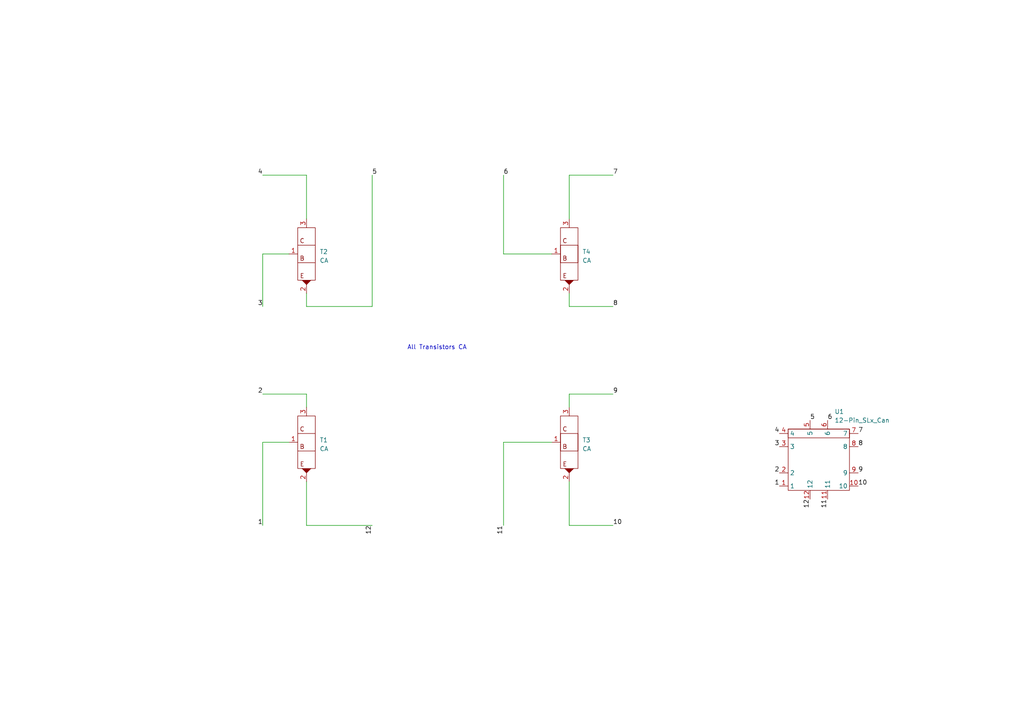
<source format=kicad_sch>
(kicad_sch (version 20211123) (generator eeschema)
  (paper "A4")
  (lib_symbols
    (symbol "IBM_SLT-SLD:12-Pin_SLx_Can"
      (property "Reference" "U" (at 0 -2.54 0))
      (property "Value" "12-Pin_SLx_Can" (at 0 0 0))
      (symbol "12-Pin_SLx_Can_0_1"
        (rectangle (start -8.89 8.89) (end 8.89 -8.89))
        (rectangle (start -8.89 8.89) (end 8.89 6.35))
      )
      (symbol "12-Pin_SLx_Can_1_1"
        (pin passive line (at -11.43 -7.62 0) (length 2.54) (name "1") (number "1"))
        (pin passive line (at 11.43 -7.62 180) (length 2.54) (name "10") (number "10"))
        (pin passive line (at 2.54 -11.43 90) (length 2.54) (name "11") (number "11"))
        (pin passive line (at -2.54 -11.43 90) (length 2.54) (name "12") (number "12"))
        (pin passive line (at -11.43 -3.81 0) (length 2.54) (name "2") (number "2"))
        (pin passive line (at -11.43 3.81 0) (length 2.54) (name "3") (number "3"))
        (pin passive line (at -11.43 7.62 0) (length 2.54) (name "4") (number "4"))
        (pin passive line (at -2.54 11.43 270) (length 2.54) (name "5") (number "5"))
        (pin passive line (at 2.54 11.43 270) (length 2.54) (name "6") (number "6"))
        (pin passive line (at 11.43 7.62 180) (length 2.54) (name "7") (number "7"))
        (pin passive line (at 11.43 3.81 180) (length 2.54) (name "8") (number "8"))
        (pin passive line (at 11.43 -3.81 180) (length 2.54) (name "9") (number "9"))
      )
    )
    (symbol "IBM_SLT-SLD:IBM_Transistor"
      (property "Reference" "T" (at 0 5.08 0))
      (property "Value" "IBM_Transistor" (at 7.62 8.89 0))
      (symbol "IBM_Transistor_0_0"
        (text "B" (at -1.27 -1.27 0) (effects (font (size 1.27 1.27))))
        (text "C" (at -1.27 3.81 0) (effects (font (size 1.27 1.27))))
        (text "E" (at -1.27 -6.35 0) (effects (font (size 1.27 1.27))))
      )
      (symbol "IBM_Transistor_0_1"
        (rectangle (start -2.54 2.54) (end 2.54 -2.54))
        (rectangle (start -2.54 7.62) (end 2.54 -7.62))
        (polyline (pts (xy -1.27 -7.62) (xy 0 -8.89) (xy 1.27 -7.62)) (fill (type outline)))
      )
      (symbol "IBM_Transistor_1_1"
        (pin passive line (at -5.08 0 0) (length 2.54) (name "B") (number "1"))
        (pin passive line (at 0 -11.43 90) (length 2.54) (name "E") (number "2"))
        (pin passive line (at 0 10.16 270) (length 2.54) (name "C") (number "3"))
      )
    )
  )
  (wire (pts (xy 76.2 114.3) (xy 88.9 114.3)))
  (wire (pts (xy 165.1 63.5) (xy 165.1 50.8)))
  (wire (pts (xy 165.1 50.8) (xy 177.8 50.8)))
  (wire (pts (xy 88.9 114.3) (xy 88.9 118.11)))
  (wire (pts (xy 165.1 88.9) (xy 177.8 88.9)))
  (wire (pts (xy 165.1 118.11) (xy 165.1 114.3)))
  (wire (pts (xy 88.9 88.9) (xy 107.95 88.9)))
  (wire (pts (xy 83.82 73.66) (xy 76.2 73.66)))
  (wire (pts (xy 160.02 128.27) (xy 146.05 128.27)))
  (wire (pts (xy 146.05 128.27) (xy 146.05 152.4)))
  (wire (pts (xy 165.1 114.3) (xy 177.8 114.3)))
  (wire (pts (xy 76.2 152.4) (xy 76.2 128.27)))
  (wire (pts (xy 107.95 88.9) (xy 107.95 50.8)))
  (wire (pts (xy 88.9 85.09) (xy 88.9 88.9)))
  (wire (pts (xy 88.9 152.4) (xy 107.95 152.4)))
  (wire (pts (xy 165.1 152.4) (xy 177.8 152.4)))
  (wire (pts (xy 76.2 73.66) (xy 76.2 88.9)))
  (wire (pts (xy 88.9 50.8) (xy 76.2 50.8)))
  (wire (pts (xy 160.02 73.66) (xy 146.05 73.66)))
  (wire (pts (xy 76.2 128.27) (xy 83.82 128.27)))
  (wire (pts (xy 88.9 63.5) (xy 88.9 50.8)))
  (wire (pts (xy 165.1 85.09) (xy 165.1 88.9)))
  (wire (pts (xy 88.9 139.7) (xy 88.9 152.4)))
  (wire (pts (xy 165.1 139.7) (xy 165.1 152.4)))
  (wire (pts (xy 146.05 73.66) (xy 146.05 50.8)))
  (text "All Transistors CA" (at 118.11 101.6 0) (effects (font (size 1.27 1.27)) (justify left bottom)))
  (label "9" (at 248.92 137.16 0))
  (label "12" (at 107.95 152.4 270))
  (label "7" (at 248.92 125.73 0))
  (label "3" (at 76.2 88.9 180))
  (label "4" (at 76.2 50.8 180))
  (label "5" (at 107.95 50.8 0))
  (label "2" (at 76.2 114.3 180))
  (label "5" (at 234.95 121.92 0))
  (label "11" (at 240.03 144.78 270))
  (label "6" (at 146.05 50.8 0))
  (label "1" (at 76.2 152.4 180))
  (label "8" (at 177.8 88.9 0))
  (label "4" (at 226.06 125.73 180))
  (label "10" (at 248.92 140.97 0))
  (label "3" (at 226.06 129.54 180))
  (label "11" (at 146.05 152.4 270))
  (label "8" (at 248.92 129.54 0))
  (label "1" (at 226.06 140.97 180))
  (label "10" (at 177.8 152.4 0))
  (label "12" (at 234.95 144.78 270))
  (label "7" (at 177.8 50.8 0))
  (label "2" (at 226.06 137.16 180))
  (label "6" (at 240.03 121.92 0))
  (label "9" (at 177.8 114.3 0))
  (symbol (lib_id "IBM_SLT-SLD:IBM_Transistor") (at 88.9 128.27 0) (unit 1)
    (property "Reference" "T1" (at 92.71 127.6349 0) (effects (justify left)))
    (property "Value" "CA" (at 92.71 130.1749 0) (effects (justify left)))
  )
  (symbol (lib_id "IBM_SLT-SLD:IBM_Transistor") (at 165.1 128.27 0) (unit 1)
    (property "Reference" "T3" (at 168.91 127.6349 0) (effects (justify left)))
    (property "Value" "CA" (at 168.91 130.1749 0) (effects (justify left)))
  )
  (symbol (lib_id "IBM_SLT-SLD:12-Pin_SLx_Can") (at 237.49 133.35 0) (unit 1)
    (property "Reference" "U1" (at 242.0494 119.38 0) (effects (justify left)))
    (property "Value" "12-Pin_SLx_Can" (at 242.0494 121.92 0) (effects (justify left)))
    (property "Footprint" "IBM_SLT-SLD:12-Pin_SLx_Can" (effects hide))
  )
  (symbol (lib_id "IBM_SLT-SLD:IBM_Transistor") (at 88.9 73.66 0) (unit 1)
    (property "Reference" "T2" (at 92.71 73.0249 0) (effects (justify left)))
    (property "Value" "CA" (at 92.71 75.5649 0) (effects (justify left)))
  )
  (symbol (lib_id "IBM_SLT-SLD:IBM_Transistor") (at 165.1 73.66 0) (unit 1)
    (property "Reference" "T4" (at 168.91 73.0249 0) (effects (justify left)))
    (property "Value" "CA" (at 168.91 75.5649 0) (effects (justify left)))
  )
)
</source>
